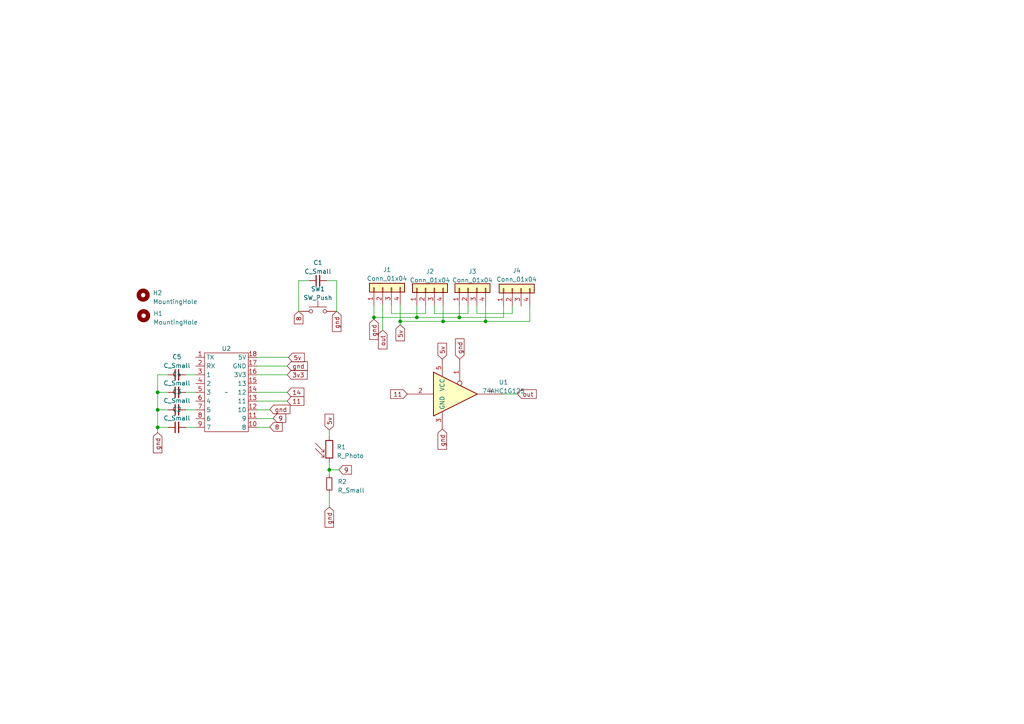
<source format=kicad_sch>
(kicad_sch (version 20230121) (generator eeschema)
  (paper "A4")
  (lib_symbols
    (symbol "74xGxx:74AHC1G125"
      (property "Reference" "U" (at -2.54 3.81 0))
      (property "Value" "74AHC1G125" (at 0 -3.81 0))
      (symbol "74AHC1G125_0_1"
        (polyline (pts (xy -7.62 6.35) (xy -7.62 -6.35) (xy 5.08 0) (xy -7.62 6.35)) (stroke (width 0.254)) (fill (type background)))
      )
      (symbol "74AHC1G125_1_1"
        (pin input inverted (at 0 10.16 270) (length 7.62) (name "~") (number "1"))
        (pin input line (at -15.24 0 0) (length 7.62) (name "~") (number "2"))
        (pin power_in line (at -5.08 -10.16 90) (length 5.08) (name "GND") (number "3"))
        (pin tri_state line (at 12.7 0 180) (length 7.62) (name "~") (number "4"))
        (pin power_in line (at -5.08 10.16 270) (length 5.08) (name "VCC") (number "5"))
      )
    )
    (symbol "Connector_Generic:Conn_01x04" (pin_names (offset 1.016) hide)
      (property "Reference" "J" (at 0 5.08 0))
      (property "Value" "Conn_01x04" (at 0 -7.62 0))
      (symbol "Conn_01x04_1_1"
        (rectangle (start -1.27 -4.953) (end 0 -5.207) (stroke (width 0.1524)))
        (rectangle (start -1.27 -2.413) (end 0 -2.667) (stroke (width 0.1524)))
        (rectangle (start -1.27 0.127) (end 0 -0.127) (stroke (width 0.1524)))
        (rectangle (start -1.27 2.667) (end 0 2.413) (stroke (width 0.1524)))
        (rectangle (start -1.27 3.81) (end 1.27 -6.35) (stroke (width 0.254)) (fill (type background)))
        (pin passive line (at -5.08 2.54 0) (length 3.81) (name "Pin_1") (number "1"))
        (pin passive line (at -5.08 0 0) (length 3.81) (name "Pin_2") (number "2"))
        (pin passive line (at -5.08 -2.54 0) (length 3.81) (name "Pin_3") (number "3"))
        (pin passive line (at -5.08 -5.08 0) (length 3.81) (name "Pin_4") (number "4"))
      )
    )
    (symbol "Device:C_Small" (pin_numbers hide) (pin_names (offset 0.254) hide)
      (property "Reference" "C" (at 0.254 1.778 0))
      (property "Value" "C_Small" (at 0.254 -2.032 0))
      (symbol "C_Small_0_1"
        (polyline (pts (xy -1.524 -0.508) (xy 1.524 -0.508)) (stroke (width 0.3302)))
        (polyline (pts (xy -1.524 0.508) (xy 1.524 0.508)) (stroke (width 0.3048)))
      )
      (symbol "C_Small_1_1"
        (pin passive line (at 0 2.54 270) (length 2.032) (name "~") (number "1"))
        (pin passive line (at 0 -2.54 90) (length 2.032) (name "~") (number "2"))
      )
    )
    (symbol "Device:R_Photo" (pin_numbers hide) (pin_names (offset 0))
      (property "Reference" "R" (at 1.27 1.27 0))
      (property "Value" "R_Photo" (at 1.27 0 0))
      (symbol "R_Photo_0_1"
        (rectangle (start -1.016 2.54) (end 1.016 -2.54) (stroke (width 0.254)))
        (polyline (pts (xy -1.524 -2.286) (xy -4.064 0.254)))
        (polyline (pts (xy -1.524 -2.286) (xy -2.286 -2.286)))
        (polyline (pts (xy -1.524 -2.286) (xy -1.524 -1.524)))
        (polyline (pts (xy -1.524 -0.762) (xy -4.064 1.778)))
        (polyline (pts (xy -1.524 -0.762) (xy -2.286 -0.762)))
        (polyline (pts (xy -1.524 -0.762) (xy -1.524 0)))
      )
      (symbol "R_Photo_1_1"
        (pin passive line (at 0 3.81 270) (length 1.27) (name "~") (number "1"))
        (pin passive line (at 0 -3.81 90) (length 1.27) (name "~") (number "2"))
      )
    )
    (symbol "Device:R_Small" (pin_numbers hide) (pin_names (offset 0.254) hide)
      (property "Reference" "R" (at 0.762 0.508 0))
      (property "Value" "R_Small" (at 0.762 -1.016 0))
      (symbol "R_Small_0_1"
        (rectangle (start -0.762 1.778) (end 0.762 -1.778) (stroke (width 0.2032)))
      )
      (symbol "R_Small_1_1"
        (pin passive line (at 0 2.54 270) (length 0.762) (name "~") (number "1"))
        (pin passive line (at 0 -2.54 90) (length 0.762) (name "~") (number "2"))
      )
    )
    (symbol "Library:esp32-s3_supermini"
      (property "Reference" "U" (at 0 0 0))
      (symbol "esp32-s3_supermini_0_1"
        (polyline (pts (xy -6.35 11.43) (xy -6.35 -11.43) (xy 6.35 -11.43) (xy 6.35 11.43) (xy -6.35 11.43)))
      )
      (symbol "esp32-s3_supermini_1_1"
        (pin bidirectional line (at -8.89 10.16 0) (length 2.54) (name "TX") (number "1"))
        (pin bidirectional line (at 8.89 -10.16 180) (length 2.54) (name "8") (number "10"))
        (pin bidirectional line (at 8.89 -7.62 180) (length 2.54) (name "9") (number "11"))
        (pin bidirectional line (at 8.89 -5.08 180) (length 2.54) (name "10") (number "12"))
        (pin bidirectional line (at 8.89 -2.54 180) (length 2.54) (name "11") (number "13"))
        (pin bidirectional line (at 8.89 0 180) (length 2.54) (name "12") (number "14"))
        (pin bidirectional line (at 8.89 2.54 180) (length 2.54) (name "13") (number "15"))
        (pin power_out line (at 8.89 5.08 180) (length 2.54) (name "3V3") (number "16"))
        (pin power_out line (at 8.89 7.62 180) (length 2.54) (name "GND") (number "17"))
        (pin power_in line (at 8.89 10.16 180) (length 2.54) (name "5V") (number "18"))
        (pin bidirectional line (at -8.89 7.62 0) (length 2.54) (name "RX") (number "2"))
        (pin bidirectional line (at -8.89 5.08 0) (length 2.54) (name "1") (number "3"))
        (pin bidirectional line (at -8.89 2.54 0) (length 2.54) (name "2") (number "4"))
        (pin bidirectional line (at -8.89 0 0) (length 2.54) (name "3") (number "5"))
        (pin bidirectional line (at -8.89 -2.54 0) (length 2.54) (name "4") (number "6"))
        (pin bidirectional line (at -8.89 -5.08 0) (length 2.54) (name "5") (number "7"))
        (pin bidirectional line (at -8.89 -7.62 0) (length 2.54) (name "6") (number "8"))
        (pin bidirectional line (at -8.89 -10.16 0) (length 2.54) (name "7") (number "9"))
      )
    )
    (symbol "Mechanical:MountingHole" (pin_names (offset 1.016))
      (property "Reference" "H" (at 0 5.08 0))
      (property "Value" "MountingHole" (at 0 3.175 0))
      (symbol "MountingHole_0_1"
        (circle (center 0 0) (radius 1.27) (stroke (width 1.27)))
      )
    )
    (symbol "Switch:SW_Push" (pin_numbers hide) (pin_names (offset 1.016) hide)
      (property "Reference" "SW" (at 1.27 2.54 0))
      (property "Value" "SW_Push" (at 0 -1.524 0))
      (symbol "SW_Push_0_1"
        (circle (center -2.032 0) (radius 0.508))
        (polyline (pts (xy 0 1.27) (xy 0 3.048)))
        (polyline (pts (xy 2.54 1.27) (xy -2.54 1.27)))
        (circle (center 2.032 0) (radius 0.508))
        (pin passive line (at -5.08 0 0) (length 2.54) (name "1") (number "1"))
        (pin passive line (at 5.08 0 180) (length 2.54) (name "2") (number "2"))
      )
    )
  )
  (junction (at 120.904 92.075))
  (junction (at 116.078 93.218))
  (junction (at 128.524 93.218))
  (junction (at 45.72 113.792))
  (junction (at 45.72 118.872))
  (junction (at 45.72 123.952))
  (junction (at 133.223 92.075))
  (junction (at 95.504 136.271))
  (junction (at 108.458 92.075))
  (junction (at 140.843 93.218))
  (wire (pts (xy 140.843 93.218) (xy 128.524 93.218)))
  (wire (pts (xy 79.248 121.412) (xy 79.248 121.285)))
  (wire (pts (xy 74.549 108.712) (xy 83.312 108.712)))
  (wire (pts (xy 95.504 136.271) (xy 95.504 137.795)))
  (wire (pts (xy 128.524 93.218) (xy 116.078 93.218)))
  (wire (pts (xy 125.984 88.646) (xy 125.984 90.932)))
  (wire (pts (xy 74.549 118.872) (xy 78.232 118.872)))
  (wire (pts (xy 74.549 106.172) (xy 83.312 106.172)))
  (wire (pts (xy 53.848 108.712) (xy 56.769 108.712)))
  (wire (pts (xy 48.768 123.952) (xy 45.72 123.952)))
  (wire (pts (xy 153.67 93.218) (xy 140.843 93.218)))
  (wire (pts (xy 48.768 113.792) (xy 45.72 113.792)))
  (wire (pts (xy 95.504 136.271) (xy 98.298 136.271)))
  (wire (pts (xy 133.223 92.075) (xy 120.904 92.075)))
  (wire (pts (xy 86.614 81.407) (xy 86.614 90.297)))
  (wire (pts (xy 48.768 108.712) (xy 45.72 108.712)))
  (wire (pts (xy 74.549 113.792) (xy 83.312 113.792)))
  (wire (pts (xy 135.763 90.932) (xy 135.763 88.646)))
  (wire (pts (xy 148.59 90.932) (xy 148.59 88.773)))
  (wire (pts (xy 97.663 90.297) (xy 97.282 90.297)))
  (wire (pts (xy 48.768 118.872) (xy 45.72 118.872)))
  (wire (pts (xy 113.538 90.932) (xy 113.538 88.519)))
  (wire (pts (xy 140.843 88.646) (xy 140.843 93.218)))
  (wire (pts (xy 146.05 114.3) (xy 150.114 114.3)))
  (wire (pts (xy 138.303 88.646) (xy 138.303 90.932)))
  (wire (pts (xy 78.232 118.872) (xy 78.232 118.745)))
  (wire (pts (xy 146.05 88.773) (xy 146.05 92.075)))
  (wire (pts (xy 116.078 93.218) (xy 116.078 94.234)))
  (wire (pts (xy 125.984 90.932) (xy 135.763 90.932)))
  (wire (pts (xy 45.72 123.952) (xy 45.72 125.476)))
  (wire (pts (xy 138.303 90.932) (xy 148.59 90.932)))
  (wire (pts (xy 74.549 116.332) (xy 83.312 116.332)))
  (wire (pts (xy 95.504 124.714) (xy 95.504 126.492)))
  (wire (pts (xy 74.549 123.952) (xy 78.232 123.952)))
  (wire (pts (xy 53.848 118.872) (xy 56.769 118.872)))
  (wire (pts (xy 86.614 90.297) (xy 87.122 90.297)))
  (wire (pts (xy 89.662 81.407) (xy 86.614 81.407)))
  (wire (pts (xy 74.549 103.632) (xy 83.6676 103.632)))
  (wire (pts (xy 95.504 142.875) (xy 95.504 147.066)))
  (wire (pts (xy 97.663 81.407) (xy 97.663 90.297)))
  (wire (pts (xy 108.458 92.075) (xy 120.904 92.075)))
  (wire (pts (xy 120.904 88.646) (xy 120.904 92.075)))
  (wire (pts (xy 78.232 123.952) (xy 78.232 123.825)))
  (wire (pts (xy 94.742 81.407) (xy 97.663 81.407)))
  (wire (pts (xy 45.72 108.712) (xy 45.72 113.792)))
  (wire (pts (xy 53.848 113.792) (xy 56.769 113.792)))
  (wire (pts (xy 95.504 134.112) (xy 95.504 136.271)))
  (wire (pts (xy 108.458 92.075) (xy 108.458 92.583)))
  (wire (pts (xy 45.72 113.792) (xy 45.72 118.872)))
  (wire (pts (xy 110.998 88.519) (xy 110.998 95.758)))
  (wire (pts (xy 108.458 88.519) (xy 108.458 92.075)))
  (wire (pts (xy 123.444 88.646) (xy 123.444 90.932)))
  (wire (pts (xy 146.05 92.075) (xy 133.223 92.075)))
  (wire (pts (xy 116.078 88.519) (xy 116.078 93.218)))
  (wire (pts (xy 53.848 123.952) (xy 56.769 123.952)))
  (wire (pts (xy 45.72 118.872) (xy 45.72 123.952)))
  (wire (pts (xy 83.6676 103.6828) (xy 83.6676 103.632)))
  (wire (pts (xy 74.549 121.412) (xy 79.248 121.412)))
  (wire (pts (xy 128.524 88.646) (xy 128.524 93.218)))
  (wire (pts (xy 153.67 88.773) (xy 153.67 93.218)))
  (wire (pts (xy 133.223 88.646) (xy 133.223 92.075)))
  (wire (pts (xy 123.444 90.932) (xy 113.538 90.932)))
  (global_label "5v" (shape input) (at 95.504 124.714 90) (property "Intersheetrefs" "${INTERSHEET_REFS}" (effects hide)))
  (global_label "gnd" (shape input) (at 45.72 125.476 270) (property "Intersheetrefs" "${INTERSHEET_REFS}" (effects hide)))
  (global_label "11" (shape input) (at 83.312 116.332 0) (property "Intersheetrefs" "${INTERSHEET_REFS}" (effects hide)))
  (global_label "3v3" (shape input) (at 83.312 108.712 0) (property "Intersheetrefs" "${INTERSHEET_REFS}" (effects hide)))
  (global_label "gnd" (shape input) (at 97.663 90.297 270) (property "Intersheetrefs" "${INTERSHEET_REFS}" (effects hide)))
  (global_label "gnd" (shape input) (at 83.312 106.172 0) (property "Intersheetrefs" "${INTERSHEET_REFS}" (effects hide)))
  (global_label "gnd" (shape input) (at 108.458 92.583 270) (property "Intersheetrefs" "${INTERSHEET_REFS}" (effects hide)))
  (global_label "8" (shape input) (at 78.232 123.825 0) (property "Intersheetrefs" "${INTERSHEET_REFS}" (effects hide)))
  (global_label "9" (shape input) (at 79.248 121.285 0) (property "Intersheetrefs" "${INTERSHEET_REFS}" (effects hide)))
  (global_label "8" (shape input) (at 86.614 90.297 270) (property "Intersheetrefs" "${INTERSHEET_REFS}" (effects hide)))
  (global_label "5v" (shape input) (at 128.27 104.14 90) (property "Intersheetrefs" "${INTERSHEET_REFS}" (effects hide)))
  (global_label "gnd" (shape input) (at 95.504 147.066 270) (property "Intersheetrefs" "${INTERSHEET_REFS}" (effects hide)))
  (global_label "gnd" (shape input) (at 128.27 124.46 270) (property "Intersheetrefs" "${INTERSHEET_REFS}" (effects hide)))
  (global_label "5v" (shape input) (at 116.078 94.234 270) (property "Intersheetrefs" "${INTERSHEET_REFS}" (effects hide)))
  (global_label "out" (shape input) (at 150.114 114.3 0) (property "Intersheetrefs" "${INTERSHEET_REFS}" (effects hide)))
  (global_label "gnd" (shape input) (at 78.232 118.745 0) (property "Intersheetrefs" "${INTERSHEET_REFS}" (effects hide)))
  (global_label "5v" (shape input) (at 83.6676 103.6828 0) (property "Intersheetrefs" "${INTERSHEET_REFS}" (effects hide)))
  (global_label "out" (shape input) (at 110.998 95.758 270) (property "Intersheetrefs" "${INTERSHEET_REFS}" (effects hide)))
  (global_label "14" (shape input) (at 83.312 113.792 0) (property "Intersheetrefs" "${INTERSHEET_REFS}" (effects hide)))
  (global_label "11" (shape input) (at 118.11 114.3 180) (property "Intersheetrefs" "${INTERSHEET_REFS}" (effects hide)))
  (global_label "9" (shape input) (at 98.298 136.271 0) (property "Intersheetrefs" "${INTERSHEET_REFS}" (effects hide)))
  (global_label "gnd" (shape input) (at 133.35 104.14 90) (property "Intersheetrefs" "${INTERSHEET_REFS}" (effects hide)))
  (symbol (lib_id "Device:C_Small") (at 51.308 118.872 90) (unit 1)
    (property "Reference" "C3" (at 51.3143 113.665 90))
    (property "Value" "C_Small" (at 51.3143 116.205 90))
    (property "Footprint" "Capacitor_SMD:C_0603_1608Metric_Pad1.08x0.95mm_HandSolder" (effects hide))
  )
  (symbol (lib_id "Device:C_Small") (at 51.308 108.712 90) (unit 1)
    (property "Reference" "C5" (at 51.3143 103.505 90))
    (property "Value" "C_Small" (at 51.3143 106.045 90))
    (property "Footprint" "Capacitor_SMD:C_0603_1608Metric_Pad1.08x0.95mm_HandSolder" (effects hide))
  )
  (symbol (lib_id "Mechanical:MountingHole") (at 41.529 85.598 0) (unit 1)
    (property "Reference" "H2" (at 44.323 84.963 0) (effects (justify left)))
    (property "Value" "MountingHole" (at 44.323 87.503 0) (effects (justify left)))
    (property "Footprint" "MountingHole:MountingHole_3.2mm_M3" (effects hide))
  )
  (symbol (lib_id "Connector_Generic:Conn_01x04") (at 123.444 83.566 90) (unit 1)
    (property "Reference" "J2" (at 124.714 78.74 90))
    (property "Value" "Conn_01x04" (at 124.714 81.28 90))
    (property "Footprint" "Connector_PinSocket_2.54mm:PinSocket_1x04_P2.54mm_Vertical" (effects hide))
  )
  (symbol (lib_id "Device:C_Small") (at 51.308 123.952 90) (unit 1)
    (property "Reference" "C2" (at 51.3143 118.745 90))
    (property "Value" "C_Small" (at 51.3143 121.285 90))
    (property "Footprint" "Capacitor_SMD:C_0603_1608Metric_Pad1.08x0.95mm_HandSolder" (effects hide))
  )
  (symbol (lib_id "Connector_Generic:Conn_01x04") (at 110.998 83.439 90) (unit 1)
    (property "Reference" "J1" (at 112.268 78.232 90))
    (property "Value" "Conn_01x04" (at 112.268 80.772 90))
    (property "Footprint" "Connector_PinSocket_2.54mm:PinSocket_1x04_P2.54mm_Vertical" (effects hide))
  )
  (symbol (lib_id "Device:C_Small") (at 92.202 81.407 90) (unit 1)
    (property "Reference" "C1" (at 92.2083 76.2 90))
    (property "Value" "C_Small" (at 92.2083 78.74 90))
    (property "Footprint" "Capacitor_SMD:C_0603_1608Metric_Pad1.08x0.95mm_HandSolder" (effects hide))
  )
  (symbol (lib_id "Connector_Generic:Conn_01x04") (at 148.59 83.693 90) (unit 1)
    (property "Reference" "J4" (at 149.86 78.486 90))
    (property "Value" "Conn_01x04" (at 149.86 81.026 90))
    (property "Footprint" "Connector_PinSocket_2.54mm:PinSocket_1x04_P2.54mm_Vertical" (effects hide))
  )
  (symbol (lib_id "Device:C_Small") (at 51.308 113.792 90) (unit 1)
    (property "Reference" "C4" (at 51.3143 108.585 90))
    (property "Value" "C_Small" (at 51.3143 111.125 90))
    (property "Footprint" "Capacitor_SMD:C_0603_1608Metric_Pad1.08x0.95mm_HandSolder" (effects hide))
  )
  (symbol (lib_id "Mechanical:MountingHole") (at 41.656 91.567 0) (unit 1)
    (property "Reference" "H1" (at 44.45 90.932 0) (effects (justify left)))
    (property "Value" "MountingHole" (at 44.45 93.472 0) (effects (justify left)))
    (property "Footprint" "MountingHole:MountingHole_3.2mm_M3" (effects hide))
  )
  (symbol (lib_id "Device:R_Small") (at 95.504 140.335 0) (unit 1)
    (property "Reference" "R2" (at 97.917 139.7 0) (effects (justify left)))
    (property "Value" "R_Small" (at 97.917 142.24 0) (effects (justify left)))
    (property "Footprint" "Resistor_SMD:R_0603_1608Metric_Pad0.98x0.95mm_HandSolder" (effects hide))
  )
  (symbol (lib_id "Connector_Generic:Conn_01x04") (at 135.763 83.566 90) (unit 1)
    (property "Reference" "J3" (at 137.033 78.74 90))
    (property "Value" "Conn_01x04" (at 137.033 81.28 90))
    (property "Footprint" "Connector_PinSocket_2.54mm:PinSocket_1x04_P2.54mm_Vertical" (effects hide))
  )
  (symbol (lib_id "74xGxx:74AHC1G125") (at 133.35 114.3 0) (unit 1)
    (property "Reference" "U1" (at 146.05 110.8711 0))
    (property "Value" "74AHC1G125" (at 146.05 113.4111 0))
    (property "Footprint" "Package_TO_SOT_SMD:SOT-353_SC-70-5_Handsoldering" (effects hide))
    (property "Datasheet" "http://www.ti.com/lit/sg/scyt129e/scyt129e.pdf" (effects hide))
  )
  (symbol (lib_id "Library:esp32-s3_supermini") (at 65.659 113.792 0) (unit 1)
    (property "Reference" "U2" (at 65.659 101.092 0))
    (property "Value" "~" (at 65.659 113.792 0))
    (property "Footprint" "Library:ESP32-S3_supermini" (effects hide))
  )
  (symbol (lib_id "Switch:SW_Push") (at 92.202 90.297 0) (unit 1)
    (property "Reference" "SW1" (at 92.202 83.82 0))
    (property "Value" "SW_Push" (at 92.202 86.36 0))
    (property "Footprint" "Button_Switch_SMD:SW_Push_1P1T_XKB_TS-1187A" (effects hide))
  )
  (symbol (lib_id "Device:R_Photo") (at 95.504 130.302 0) (unit 1)
    (property "Reference" "R1" (at 97.663 129.667 0) (effects (justify left)))
    (property "Value" "R_Photo" (at 97.663 132.207 0) (effects (justify left)))
    (property "Footprint" "OptoDevice:R_LDR_5.1x4.3mm_P3.4mm_Vertical" (effects hide))
  )
)
</source>
